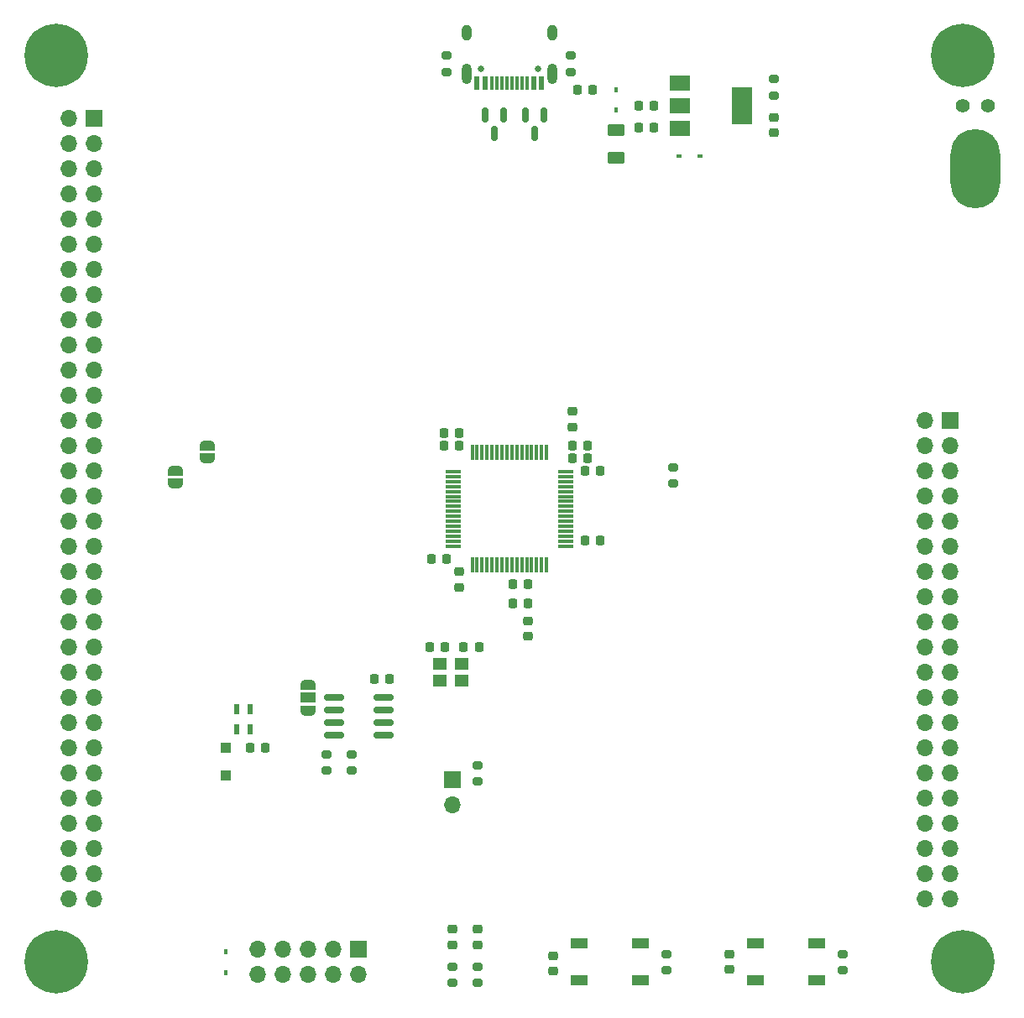
<source format=gbr>
%TF.GenerationSoftware,KiCad,Pcbnew,(6.0.5)*%
%TF.CreationDate,2022-08-30T11:56:48+01:00*%
%TF.ProjectId,STM32F405RGT6,53544d33-3246-4343-9035-524754362e6b,V22.08.0.1*%
%TF.SameCoordinates,Original*%
%TF.FileFunction,Soldermask,Top*%
%TF.FilePolarity,Negative*%
%FSLAX46Y46*%
G04 Gerber Fmt 4.6, Leading zero omitted, Abs format (unit mm)*
G04 Created by KiCad (PCBNEW (6.0.5)) date 2022-08-30 11:56:48*
%MOMM*%
%LPD*%
G01*
G04 APERTURE LIST*
G04 Aperture macros list*
%AMRoundRect*
0 Rectangle with rounded corners*
0 $1 Rounding radius*
0 $2 $3 $4 $5 $6 $7 $8 $9 X,Y pos of 4 corners*
0 Add a 4 corners polygon primitive as box body*
4,1,4,$2,$3,$4,$5,$6,$7,$8,$9,$2,$3,0*
0 Add four circle primitives for the rounded corners*
1,1,$1+$1,$2,$3*
1,1,$1+$1,$4,$5*
1,1,$1+$1,$6,$7*
1,1,$1+$1,$8,$9*
0 Add four rect primitives between the rounded corners*
20,1,$1+$1,$2,$3,$4,$5,0*
20,1,$1+$1,$4,$5,$6,$7,0*
20,1,$1+$1,$6,$7,$8,$9,0*
20,1,$1+$1,$8,$9,$2,$3,0*%
%AMFreePoly0*
4,1,20,0.000000,0.744959,0.073905,0.744508,0.209726,0.703889,0.328688,0.626782,0.421226,0.519385,0.479903,0.390333,0.500000,0.250000,0.500000,-0.250000,0.499851,-0.262216,0.476331,-0.402017,0.414519,-0.529596,0.319384,-0.634700,0.198574,-0.708877,0.061801,-0.746166,0.000000,-0.745033,0.000000,-0.750000,-0.550000,-0.750000,-0.550000,0.750000,0.000000,0.750000,0.000000,0.744959,
0.000000,0.744959,$1*%
%AMFreePoly1*
4,1,22,0.550000,-0.750000,0.000000,-0.750000,0.000000,-0.745033,-0.079941,-0.743568,-0.215256,-0.701293,-0.333266,-0.622738,-0.424486,-0.514219,-0.481581,-0.384460,-0.499164,-0.250000,-0.500000,-0.250000,-0.500000,0.250000,-0.499164,0.250000,-0.499963,0.256109,-0.478152,0.396186,-0.417904,0.524511,-0.324060,0.630769,-0.204165,0.706417,-0.067858,0.745374,0.000000,0.744959,0.000000,0.750000,
0.550000,0.750000,0.550000,-0.750000,0.550000,-0.750000,$1*%
%AMFreePoly2*
4,1,22,0.500000,-0.750000,0.000000,-0.750000,0.000000,-0.745033,-0.079941,-0.743568,-0.215256,-0.701293,-0.333266,-0.622738,-0.424486,-0.514219,-0.481581,-0.384460,-0.499164,-0.250000,-0.500000,-0.250000,-0.500000,0.250000,-0.499164,0.250000,-0.499963,0.256109,-0.478152,0.396186,-0.417904,0.524511,-0.324060,0.630769,-0.204165,0.706417,-0.067858,0.745374,0.000000,0.744959,0.000000,0.750000,
0.500000,0.750000,0.500000,-0.750000,0.500000,-0.750000,$1*%
%AMFreePoly3*
4,1,20,0.000000,0.744959,0.073905,0.744508,0.209726,0.703889,0.328688,0.626782,0.421226,0.519385,0.479903,0.390333,0.500000,0.250000,0.500000,-0.250000,0.499851,-0.262216,0.476331,-0.402017,0.414519,-0.529596,0.319384,-0.634700,0.198574,-0.708877,0.061801,-0.746166,0.000000,-0.745033,0.000000,-0.750000,-0.500000,-0.750000,-0.500000,0.750000,0.000000,0.750000,0.000000,0.744959,
0.000000,0.744959,$1*%
G04 Aperture macros list end*
%ADD10O,5.000000X8.000000*%
%ADD11C,6.400000*%
%ADD12C,1.400000*%
%ADD13R,1.700000X1.700000*%
%ADD14O,1.700000X1.700000*%
%ADD15FreePoly0,90.000000*%
%ADD16R,1.500000X1.000000*%
%ADD17FreePoly1,90.000000*%
%ADD18RoundRect,0.225000X0.225000X0.250000X-0.225000X0.250000X-0.225000X-0.250000X0.225000X-0.250000X0*%
%ADD19R,0.600000X1.000000*%
%ADD20RoundRect,0.218750X0.256250X-0.218750X0.256250X0.218750X-0.256250X0.218750X-0.256250X-0.218750X0*%
%ADD21RoundRect,0.225000X-0.225000X-0.250000X0.225000X-0.250000X0.225000X0.250000X-0.225000X0.250000X0*%
%ADD22RoundRect,0.250000X0.625000X-0.375000X0.625000X0.375000X-0.625000X0.375000X-0.625000X-0.375000X0*%
%ADD23R,1.800000X1.100000*%
%ADD24R,0.450000X0.600000*%
%ADD25RoundRect,0.225000X0.250000X-0.225000X0.250000X0.225000X-0.250000X0.225000X-0.250000X-0.225000X0*%
%ADD26RoundRect,0.150000X-0.825000X-0.150000X0.825000X-0.150000X0.825000X0.150000X-0.825000X0.150000X0*%
%ADD27RoundRect,0.200000X-0.275000X0.200000X-0.275000X-0.200000X0.275000X-0.200000X0.275000X0.200000X0*%
%ADD28R,0.600000X0.450000*%
%ADD29FreePoly2,270.000000*%
%ADD30FreePoly3,270.000000*%
%ADD31RoundRect,0.200000X0.275000X-0.200000X0.275000X0.200000X-0.275000X0.200000X-0.275000X-0.200000X0*%
%ADD32RoundRect,0.218750X-0.256250X0.218750X-0.256250X-0.218750X0.256250X-0.218750X0.256250X0.218750X0*%
%ADD33R,1.100000X1.100000*%
%ADD34RoundRect,0.218750X0.218750X0.256250X-0.218750X0.256250X-0.218750X-0.256250X0.218750X-0.256250X0*%
%ADD35RoundRect,0.150000X-0.150000X0.587500X-0.150000X-0.587500X0.150000X-0.587500X0.150000X0.587500X0*%
%ADD36R,1.400000X1.200000*%
%ADD37C,0.650000*%
%ADD38R,0.600000X1.450000*%
%ADD39R,0.300000X1.450000*%
%ADD40O,1.000000X1.600000*%
%ADD41O,1.000000X2.100000*%
%ADD42R,2.000000X1.500000*%
%ADD43R,2.000000X3.800000*%
%ADD44RoundRect,0.225000X-0.250000X0.225000X-0.250000X-0.225000X0.250000X-0.225000X0.250000X0.225000X0*%
%ADD45RoundRect,0.075000X0.075000X-0.700000X0.075000X0.700000X-0.075000X0.700000X-0.075000X-0.700000X0*%
%ADD46RoundRect,0.075000X0.700000X-0.075000X0.700000X0.075000X-0.700000X0.075000X-0.700000X-0.075000X0*%
G04 APERTURE END LIST*
D10*
%TO.C,GND1*%
X135395000Y-50724000D03*
%TD*%
D11*
%TO.C,H1*%
X42685000Y-39294000D03*
%TD*%
%TO.C,H2*%
X42685000Y-130734000D03*
%TD*%
%TO.C,H3*%
X134125000Y-130734000D03*
%TD*%
%TO.C,H4*%
X134125000Y-39294000D03*
%TD*%
D12*
%TO.C,JP5*%
X134125000Y-44374000D03*
X136665000Y-44374000D03*
%TD*%
D13*
%TO.C,J3*%
X46495000Y-45644000D03*
D14*
X43955000Y-45644000D03*
X46495000Y-48184000D03*
X43955000Y-48184000D03*
X46495000Y-50724000D03*
X43955000Y-50724000D03*
X46495000Y-53264000D03*
X43955000Y-53264000D03*
X46495000Y-55804000D03*
X43955000Y-55804000D03*
X46495000Y-58344000D03*
X43955000Y-58344000D03*
X46495000Y-60884000D03*
X43955000Y-60884000D03*
X46495000Y-63424000D03*
X43955000Y-63424000D03*
X46495000Y-65964000D03*
X43955000Y-65964000D03*
X46495000Y-68504000D03*
X43955000Y-68504000D03*
X46495000Y-71044000D03*
X43955000Y-71044000D03*
X46495000Y-73584000D03*
X43955000Y-73584000D03*
X46495000Y-76124000D03*
X43955000Y-76124000D03*
X46495000Y-78664000D03*
X43955000Y-78664000D03*
X46495000Y-81204000D03*
X43955000Y-81204000D03*
X46495000Y-83744000D03*
X43955000Y-83744000D03*
X46495000Y-86284000D03*
X43955000Y-86284000D03*
X46495000Y-88824000D03*
X43955000Y-88824000D03*
X46495000Y-91364000D03*
X43955000Y-91364000D03*
X46495000Y-93904000D03*
X43955000Y-93904000D03*
X46495000Y-96444000D03*
X43955000Y-96444000D03*
X46495000Y-98984000D03*
X43955000Y-98984000D03*
X46495000Y-101524000D03*
X43955000Y-101524000D03*
X46495000Y-104064000D03*
X43955000Y-104064000D03*
X46495000Y-106604000D03*
X43955000Y-106604000D03*
X46495000Y-109144000D03*
X43955000Y-109144000D03*
X46495000Y-111684000D03*
X43955000Y-111684000D03*
X46495000Y-114224000D03*
X43955000Y-114224000D03*
X46495000Y-116764000D03*
X43955000Y-116764000D03*
X46495000Y-119304000D03*
X43955000Y-119304000D03*
X46495000Y-121844000D03*
X43955000Y-121844000D03*
X46495000Y-124384000D03*
X43955000Y-124384000D03*
%TD*%
D13*
%TO.C,J4*%
X132855000Y-76124000D03*
D14*
X130315000Y-76124000D03*
X132855000Y-78664000D03*
X130315000Y-78664000D03*
X132855000Y-81204000D03*
X130315000Y-81204000D03*
X132855000Y-83744000D03*
X130315000Y-83744000D03*
X132855000Y-86284000D03*
X130315000Y-86284000D03*
X132855000Y-88824000D03*
X130315000Y-88824000D03*
X132855000Y-91364000D03*
X130315000Y-91364000D03*
X132855000Y-93904000D03*
X130315000Y-93904000D03*
X132855000Y-96444000D03*
X130315000Y-96444000D03*
X132855000Y-98984000D03*
X130315000Y-98984000D03*
X132855000Y-101524000D03*
X130315000Y-101524000D03*
X132855000Y-104064000D03*
X130315000Y-104064000D03*
X132855000Y-106604000D03*
X130315000Y-106604000D03*
X132855000Y-109144000D03*
X130315000Y-109144000D03*
X132855000Y-111684000D03*
X130315000Y-111684000D03*
X132855000Y-114224000D03*
X130315000Y-114224000D03*
X132855000Y-116764000D03*
X130315000Y-116764000D03*
X132855000Y-119304000D03*
X130315000Y-119304000D03*
X132855000Y-121844000D03*
X130315000Y-121844000D03*
X132855000Y-124384000D03*
X130315000Y-124384000D03*
%TD*%
D15*
%TO.C,JP2*%
X68085000Y-102764000D03*
D16*
X68085000Y-104064000D03*
D17*
X68085000Y-105364000D03*
%TD*%
D18*
%TO.C,C1*%
X76340000Y-102159000D03*
X74790000Y-102159000D03*
%TD*%
D19*
%TO.C,D2*%
X62230000Y-105239000D03*
X60930000Y-105239000D03*
X60930000Y-107239000D03*
X62230000Y-107239000D03*
%TD*%
D20*
%TO.C,D4*%
X82690000Y-128981500D03*
X82690000Y-127406500D03*
%TD*%
D21*
%TO.C,C6*%
X96025000Y-88189000D03*
X97575000Y-88189000D03*
%TD*%
D22*
%TO.C,F1*%
X99200000Y-49584000D03*
X99200000Y-46784000D03*
%TD*%
D23*
%TO.C,SW1*%
X101665000Y-128884000D03*
X95465000Y-128884000D03*
X95465000Y-132584000D03*
X101665000Y-132584000D03*
%TD*%
D24*
%TO.C,D7*%
X59830000Y-129684000D03*
X59830000Y-131784000D03*
%TD*%
D25*
%TO.C,C3*%
X110630000Y-131509000D03*
X110630000Y-129959000D03*
%TD*%
D18*
%TO.C,C13*%
X83325000Y-77394000D03*
X81775000Y-77394000D03*
%TD*%
D21*
%TO.C,C5*%
X80335000Y-98984000D03*
X81885000Y-98984000D03*
%TD*%
D20*
%TO.C,D5*%
X85230000Y-128981500D03*
X85230000Y-127406500D03*
%TD*%
D26*
%TO.C,U1*%
X70755000Y-104064000D03*
X70755000Y-105334000D03*
X70755000Y-106604000D03*
X70755000Y-107874000D03*
X75705000Y-107874000D03*
X75705000Y-106604000D03*
X75705000Y-105334000D03*
X75705000Y-104064000D03*
%TD*%
D27*
%TO.C,R6*%
X82690000Y-131179000D03*
X82690000Y-132829000D03*
%TD*%
D28*
%TO.C,D3*%
X105550000Y-49454000D03*
X107650000Y-49454000D03*
%TD*%
D29*
%TO.C,JP4*%
X54750000Y-81189000D03*
D30*
X54750000Y-82489000D03*
%TD*%
D31*
%TO.C,R4*%
X69990000Y-111429000D03*
X69990000Y-109779000D03*
%TD*%
%TO.C,R8*%
X115075000Y-43294000D03*
X115075000Y-41644000D03*
%TD*%
D18*
%TO.C,C18*%
X90310000Y-94539000D03*
X88760000Y-94539000D03*
%TD*%
D32*
%TO.C,FB2*%
X90310000Y-96291500D03*
X90310000Y-97866500D03*
%TD*%
%TO.C,FB1*%
X94755000Y-75184000D03*
X94755000Y-76759000D03*
%TD*%
D31*
%TO.C,R5*%
X72530000Y-111429000D03*
X72530000Y-109779000D03*
%TD*%
D32*
%TO.C,D6*%
X115075000Y-45491500D03*
X115075000Y-47066500D03*
%TD*%
D33*
%TO.C,D1*%
X59830000Y-109144000D03*
X59830000Y-111944000D03*
%TD*%
D18*
%TO.C,C16*%
X103010000Y-44374000D03*
X101460000Y-44374000D03*
%TD*%
D31*
%TO.C,R11*%
X82055000Y-40944000D03*
X82055000Y-39294000D03*
%TD*%
D34*
%TO.C,FB3*%
X96812500Y-42704000D03*
X95237500Y-42704000D03*
%TD*%
D18*
%TO.C,C9*%
X82055000Y-90094000D03*
X80505000Y-90094000D03*
%TD*%
D21*
%TO.C,C10*%
X96025000Y-81204000D03*
X97575000Y-81204000D03*
%TD*%
D35*
%TO.C,D9*%
X87831000Y-45293000D03*
X85931000Y-45293000D03*
X86881000Y-47168000D03*
%TD*%
D27*
%TO.C,R7*%
X85230000Y-131179000D03*
X85230000Y-132829000D03*
%TD*%
D23*
%TO.C,SW2*%
X113245000Y-128884000D03*
X119445000Y-128884000D03*
X113245000Y-132584000D03*
X119445000Y-132584000D03*
%TD*%
D21*
%TO.C,C4*%
X94755000Y-78664000D03*
X96305000Y-78664000D03*
%TD*%
D13*
%TO.C,J1*%
X73160000Y-129459000D03*
D14*
X73160000Y-131999000D03*
X70620000Y-129459000D03*
X70620000Y-131999000D03*
X68080000Y-129459000D03*
X68080000Y-131999000D03*
X65540000Y-129459000D03*
X65540000Y-131999000D03*
X63000000Y-129459000D03*
X63000000Y-131999000D03*
%TD*%
D21*
%TO.C,C14*%
X94755000Y-79934000D03*
X96305000Y-79934000D03*
%TD*%
%TO.C,C7*%
X83790000Y-98984000D03*
X85340000Y-98984000D03*
%TD*%
D27*
%TO.C,R3*%
X122060000Y-129909000D03*
X122060000Y-131559000D03*
%TD*%
D18*
%TO.C,C17*%
X90310000Y-92634000D03*
X88760000Y-92634000D03*
%TD*%
D21*
%TO.C,C8*%
X62230000Y-109144000D03*
X63780000Y-109144000D03*
%TD*%
D36*
%TO.C,Y1*%
X81420000Y-102374000D03*
X83620000Y-102374000D03*
X83620000Y-100674000D03*
X81420000Y-100674000D03*
%TD*%
D27*
%TO.C,R2*%
X104280000Y-129909000D03*
X104280000Y-131559000D03*
%TD*%
D37*
%TO.C,J2*%
X85515000Y-40624000D03*
X91295000Y-40624000D03*
D38*
X91655000Y-42069000D03*
X90855000Y-42069000D03*
D39*
X89655000Y-42069000D03*
X88655000Y-42069000D03*
X88155000Y-42069000D03*
X87155000Y-42069000D03*
D38*
X85955000Y-42069000D03*
X85155000Y-42069000D03*
X85155000Y-42069000D03*
X85955000Y-42069000D03*
D39*
X86655000Y-42069000D03*
X87655000Y-42069000D03*
X89155000Y-42069000D03*
X90155000Y-42069000D03*
D38*
X90855000Y-42069000D03*
X91655000Y-42069000D03*
D40*
X92725000Y-36974000D03*
D41*
X84085000Y-41154000D03*
X92725000Y-41154000D03*
D40*
X84085000Y-36974000D03*
%TD*%
D42*
%TO.C,U2*%
X105575000Y-42074000D03*
X105575000Y-44374000D03*
D43*
X111875000Y-44374000D03*
D42*
X105575000Y-46674000D03*
%TD*%
D44*
%TO.C,C15*%
X83325000Y-91364000D03*
X83325000Y-92914000D03*
%TD*%
D31*
%TO.C,R10*%
X94565000Y-40944000D03*
X94565000Y-39294000D03*
%TD*%
D25*
%TO.C,C2*%
X92850000Y-131649000D03*
X92850000Y-130099000D03*
%TD*%
D18*
%TO.C,C12*%
X103010000Y-46514000D03*
X101460000Y-46514000D03*
%TD*%
D45*
%TO.C,U3*%
X84655000Y-90689000D03*
X85155000Y-90689000D03*
X85655000Y-90689000D03*
X86155000Y-90689000D03*
X86655000Y-90689000D03*
X87155000Y-90689000D03*
X87655000Y-90689000D03*
X88155000Y-90689000D03*
X88655000Y-90689000D03*
X89155000Y-90689000D03*
X89655000Y-90689000D03*
X90155000Y-90689000D03*
X90655000Y-90689000D03*
X91155000Y-90689000D03*
X91655000Y-90689000D03*
X92155000Y-90689000D03*
D46*
X94080000Y-88764000D03*
X94080000Y-88264000D03*
X94080000Y-87764000D03*
X94080000Y-87264000D03*
X94080000Y-86764000D03*
X94080000Y-86264000D03*
X94080000Y-85764000D03*
X94080000Y-85264000D03*
X94080000Y-84764000D03*
X94080000Y-84264000D03*
X94080000Y-83764000D03*
X94080000Y-83264000D03*
X94080000Y-82764000D03*
X94080000Y-82264000D03*
X94080000Y-81764000D03*
X94080000Y-81264000D03*
D45*
X92155000Y-79339000D03*
X91655000Y-79339000D03*
X91155000Y-79339000D03*
X90655000Y-79339000D03*
X90155000Y-79339000D03*
X89655000Y-79339000D03*
X89155000Y-79339000D03*
X88655000Y-79339000D03*
X88155000Y-79339000D03*
X87655000Y-79339000D03*
X87155000Y-79339000D03*
X86655000Y-79339000D03*
X86155000Y-79339000D03*
X85655000Y-79339000D03*
X85155000Y-79339000D03*
X84655000Y-79339000D03*
D46*
X82730000Y-81264000D03*
X82730000Y-81764000D03*
X82730000Y-82264000D03*
X82730000Y-82764000D03*
X82730000Y-83264000D03*
X82730000Y-83764000D03*
X82730000Y-84264000D03*
X82730000Y-84764000D03*
X82730000Y-85264000D03*
X82730000Y-85764000D03*
X82730000Y-86264000D03*
X82730000Y-86764000D03*
X82730000Y-87264000D03*
X82730000Y-87764000D03*
X82730000Y-88264000D03*
X82730000Y-88764000D03*
%TD*%
D35*
%TO.C,D10*%
X91895000Y-45293000D03*
X89995000Y-45293000D03*
X90945000Y-47168000D03*
%TD*%
D31*
%TO.C,R9*%
X104915000Y-82474000D03*
X104915000Y-80824000D03*
%TD*%
D29*
%TO.C,JP3*%
X57925000Y-78649000D03*
D30*
X57925000Y-79949000D03*
%TD*%
D13*
%TO.C,JP1*%
X82690000Y-112319000D03*
D14*
X82690000Y-114859000D03*
%TD*%
D18*
%TO.C,C11*%
X83325000Y-78664000D03*
X81775000Y-78664000D03*
%TD*%
D24*
%TO.C,D8*%
X99200000Y-44804000D03*
X99200000Y-42704000D03*
%TD*%
D31*
%TO.C,R1*%
X85230000Y-112509000D03*
X85230000Y-110859000D03*
%TD*%
M02*

</source>
